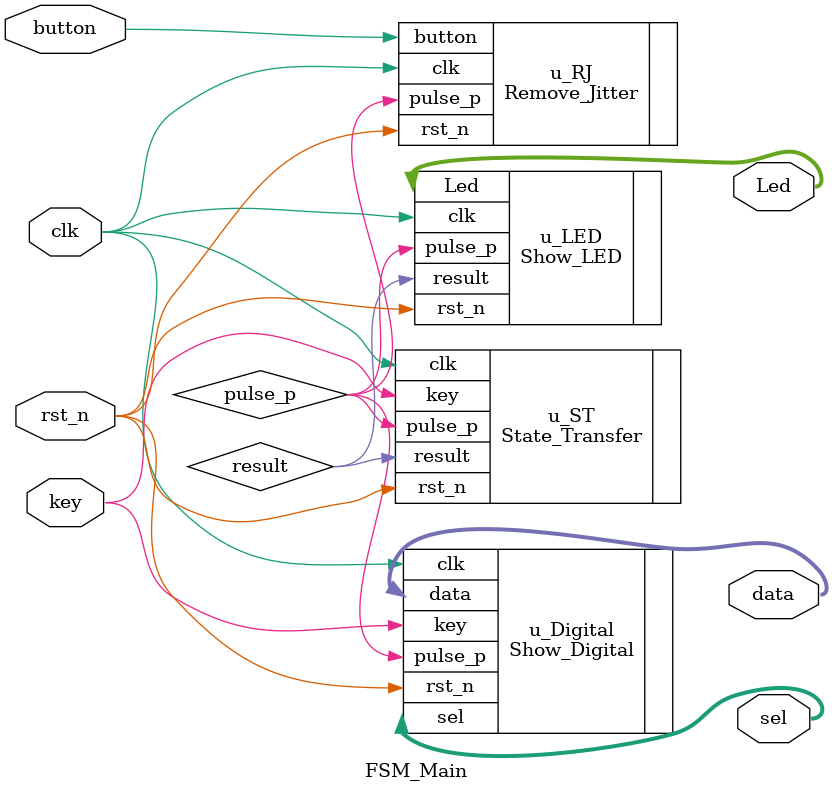
<source format=v>
`timescale 1ns / 1ps
module FSM_Main(
input				clk,
input				rst_n,
input				key,
input				button,
output	[7:0]	Led,
output	[3:0]	sel,
output	[7:0]	data
    );

wire	result;
wire	pulse_p;


Remove_Jitter		u_RJ(
.clk			(clk	 ),
.rst_n		(rst_n ),
.button		(button),
.pulse_p		(pulse_p)
);

State_Transfer		u_ST(
.clk			(clk	 ),
.rst_n		(rst_n ),
.result		(result),
.pulse_p		(pulse_p),
.key			(key	 )
);


Show_LED		u_LED(
.clk			(clk	),
.rst_n		(rst_n),
.result		(result),
.pulse_p		(pulse_p),
.Led			(Led	)
);


Show_Digital u_Digital(
.clk			(clk	 ),
.rst_n		(rst_n ),
.key			(key	 ),
.pulse_p		(pulse_p),
.sel			(sel	 ),
.data			(data	 )
);

endmodule

</source>
